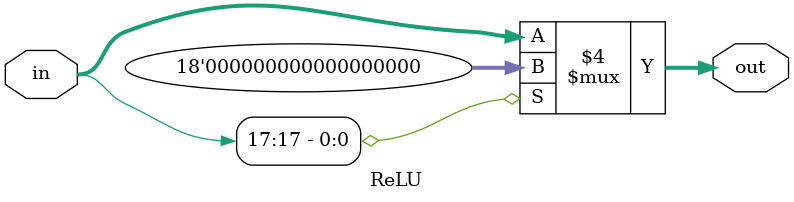
<source format=v>
`timescale 1ns / 1ps

module ReLU#(parameter WIDTH = 9)
(
    input signed [2*WIDTH-1:0] in,
    output [2*WIDTH-1:0] out
);

always@(*)
begin
    if (in[2*WIDTH-1] == 1)
        out <= 0;
    else
        out <= in;
end
endmodule
</source>
